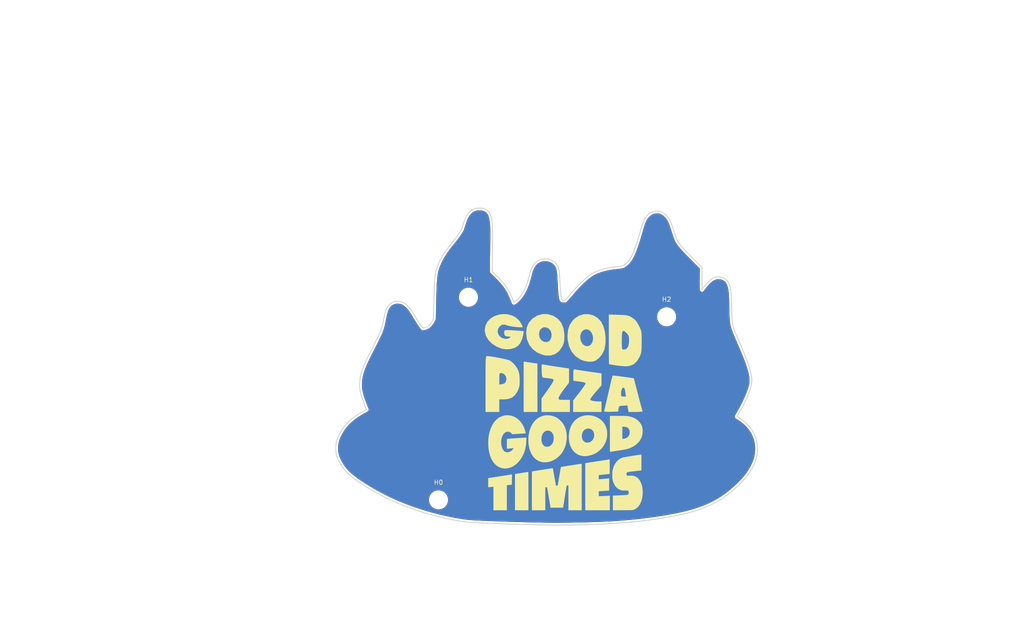
<source format=kicad_pcb>
(kicad_pcb (version 20211014) (generator pcbnew)
  (layers (0 "F.Cu" signal) (31 "B.Cu" signal) (34 "B.Paste" user) (35 "F.Paste" user) (36 "B.SilkS" user "B.Silkscreen") (37 "F.SilkS" user "F.Silkscreen") (38 "B.Mask" user) (39 "F.Mask" user) (44 "Edge.Cuts" user))
  (net 0 "")
  (footprint "pizzapad:good_pizza" (layer "F.Cu") (at 160.274 104.394)
    (fp_text reference "G***" (at -13.462 6.858) (layer "F.SilkS") (effects (font (size 1.524 1.524) (thickness 0.3))))
    (fp_text value "LOGO" hide)
    (fp_poly (pts (xy -4.16627 0.596782) (xy -3.883452 0.653137) (xy -3.316779 0.74937) (xy -2.536454 0.874121) (xy -1.612681 1.016031) (xy -1.117958 1.090016) (xy 1.609859 1.494241) (xy 1.609859 4.596149) (xy 0.447183 6.137577) (xy -0.031457 6.804608) (xy -0.414415 7.400093) (xy -0.655523 7.848368) (xy -0.715493 8.043024) (xy -0.68322 8.23417) (xy -0.535263 8.343663) (xy -0.194913 8.393805) (xy 0.414538 8.406896) (xy 0.536619 8.407042) (xy 1.788732 8.407042) (xy 1.788732 11.090141) (xy -4.471831 11.090141) (xy -4.471831 8.125286) (xy -3.131761 6.25384) (xy -2.625215 5.524205) (xy -2.206153 4.878258) (xy -1.914899 4.381272) (xy -1.791773 4.098516) (xy -1.790212 4.082237) (xy -1.872698 3.895623) (xy -2.168405 3.769728) (xy -2.746368 3.676761) (xy -2.817254 3.668765) (xy -3.427528 3.600512) (xy -3.915879 3.544087) (xy -4.114085 3.519761) (xy -4.254834 3.420672) (xy -4.348162 3.128103) (xy -4.406745 2.581783) (xy -4.43458 1.995922) (xy -4.453559 1.269387) (xy -4.439413 0.83454) (xy -4.379587 0.625915) (xy -4.261526 0.578044)) (layer "F.SilkS") (width 0) (fill solid))
    (fp_poly (pts (xy 6.944718 -10.224031) (xy 7.892295 -9.669099) (xy 8.6751 -8.837893) (xy 8.719079 -8.773952) (xy 9.190695 -7.818891) (xy 9.50815 -6.644037) (xy 9.661517 -5.356977) (xy 9.640872 -4.0653) (xy 9.43629 -2.876594) (xy 9.301842 -2.457008) (xy 8.816134 -1.533541) (xy 8.134557 -0.736375) (xy 7.39028 -0.200337) (xy 6.722461 -0.016375) (xy 5.873604 -0.006882) (xy 4.969089 -0.161698) (xy 4.149629 -0.462972) (xy 3.046812 -1.202257) (xy 2.196524 -2.184684) (xy 1.6108 -3.388545) (xy 1.301676 -4.792132) (xy 1.272993 -5.32829) (xy 4.067312 -5.32829) (xy 4.197418 -4.622184) (xy 4.546582 -3.970563) (xy 4.677612 -3.817132) (xy 5.205004 -3.47465) (xy 5.791491 -3.429008) (xy 6.324118 -3.683359) (xy 6.412587 -3.768726) (xy 6.773866 -4.365054) (xy 6.903886 -5.057546) (xy 6.827281 -5.763618) (xy 6.568686 -6.400684) (xy 6.152739 -6.886159) (xy 5.604074 -7.137459) (xy 5.402461 -7.15493) (xy 4.823838 -7.002199) (xy 4.397272 -6.595428) (xy 4.139513 -6.011748) (xy 4.067312 -5.32829) (xy 1.272993 -5.32829) (xy 1.25386 -5.685935) (xy 1.379492 -7.030868) (xy 1.76653 -8.16178) (xy 2.435767 -9.129394) (xy 2.823765 -9.515376) (xy 3.771893 -10.148361) (xy 4.818664 -10.471945) (xy 5.898223 -10.494407)) (layer "F.SilkS") (width 0) (fill solid))
    (fp_poly (pts (xy -3.107976 -10.503275) (xy -1.920794 -10.152881) (xy -1.857236 -10.123839) (xy -0.851317 -9.473701) (xy -0.110845 -8.584039) (xy 0.363749 -7.455645) (xy 0.57203 -6.089308) (xy 0.582564 -5.669878) (xy 0.561309 -4.870299) (xy 0.473985 -4.273535) (xy 0.28756 -3.72618) (xy 0.062678 -3.255503) (xy -0.589395 -2.331526) (xy -1.432548 -1.698976) (xy -2.430631 -1.372967) (xy -3.547494 -1.368611) (xy -4.149285 -1.494582) (xy -5.418382 -2.015937) (xy -6.446327 -2.790399) (xy -7.210654 -3.78856) (xy -7.688898 -4.981013) (xy -7.807599 -5.930477) (xy -5.008451 -5.930477) (xy -4.86225 -5.257059) (xy -4.477838 -4.728965) (xy -3.936505 -4.401186) (xy -3.319542 -4.328712) (xy -2.856519 -4.47475) (xy -2.587139 -4.75717) (xy -2.350239 -5.225995) (xy -2.311055 -5.343382) (xy -2.236509 -6.063088) (xy -2.414555 -6.714068) (xy -2.789629 -7.230625) (xy -3.306169 -7.547058) (xy -3.90861 -7.59767) (xy -4.159756 -7.529316) (xy -4.661362 -7.195318) (xy -4.935896 -6.63735) (xy -5.008451 -5.930477) (xy -7.807599 -5.930477) (xy -7.85859 -6.338348) (xy -7.858643 -6.35) (xy -7.726293 -7.543041) (xy -7.305351 -8.546824) (xy -6.574276 -9.410136) (xy -6.46509 -9.506263) (xy -5.428412 -10.173494) (xy -4.293278 -10.507989)) (layer "F.SilkS") (width 0) (fill solid))
    (fp_poly (pts (xy 12.490551 -10.34877) (xy 13.409324 -10.315605) (xy 14.058531 -10.269264) (xy 14.526323 -10.191883) (xy 14.900853 -10.065602) (xy 15.270269 -9.872559) (xy 15.486678 -9.741672) (xy 16.0244 -9.357207) (xy 16.440803 -8.906276) (xy 16.834103 -8.273422) (xy 16.992957 -7.970974) (xy 17.247747 -7.460563) (xy 17.421903 -7.047952) (xy 17.530765 -6.645659) (xy 17.589671 -6.166203) (xy 17.613962 -5.522104) (xy 17.618975 -4.625879) (xy 17.619014 -4.400429) (xy 17.613466 -3.415973) (xy 17.588803 -2.703613) (xy 17.532999 -2.177767) (xy 17.434025 -1.752856) (xy 17.279854 -1.343299) (xy 17.148721 -1.054106) (xy 16.564977 -0.08275) (xy 15.859926 0.567248) (xy 14.998207 0.921802) (xy 14.337088 1.006113) (xy 13.645133 0.995044) (xy 12.783784 0.925605) (xy 11.933834 0.812602) (xy 11.89507 0.806107) (xy 11.227449 0.692247) (xy 10.714064 0.603425) (xy 10.441308 0.554633) (xy 10.419366 0.550056) (xy 10.408267 0.374972) (xy 10.398173 -0.11443) (xy 10.389436 -0.874718) (xy 10.38241 -1.862463) (xy 10.37745 -3.034237) (xy 10.374908 -4.346609) (xy 10.374734 -4.740141) (xy 13.236619 -4.740141) (xy 13.239353 -3.858028) (xy 13.255495 -3.272878) (xy 13.296951 -2.92391) (xy 13.375629 -2.750341) (xy 13.503438 -2.691392) (xy 13.639084 -2.685838) (xy 14.048626 -2.743131) (xy 14.238362 -2.819993) (xy 14.597132 -3.268062) (xy 14.800756 -4.015211) (xy 14.846478 -4.742141) (xy 14.820207 -5.367604) (xy 14.708419 -5.782079) (xy 14.461655 -6.130503) (xy 14.323618 -6.274323) (xy 13.90916 -6.655445) (xy 13.61433 -6.818546) (xy 13.419394 -6.735772) (xy 13.304619 -6.379272) (xy 13.250272 -5.721195) (xy 13.236619 -4.740141) (xy 10.374734 -4.740141) (xy 10.374647 -4.937854) (xy 10.374647 -10.412328)) (layer "F.SilkS") (width 0) (fill solid))
    (fp_poly (pts (xy -16.010517 -1.209696) (xy -15.298575 -1.111018) (xy -14.4557 -0.970124) (xy -13.572364 -0.804313) (xy -12.739035 -0.630887) (xy -12.046182 -0.467146) (xy -11.584277 -0.33039) (xy -11.491581 -0.290904) (xy -10.837663 0.187342) (xy -10.206319 0.883673) (xy -9.70268 1.668084) (xy -9.485462 2.189842) (xy -9.369176 2.764885) (xy -9.289968 3.527822) (xy -9.265367 4.279162) (xy -9.301098 5.094738) (xy -9.416886 5.720797) (xy -9.649703 6.322966) (xy -9.780808 6.588273) (xy -10.34487 7.427183) (xy -11.049309 7.971288) (xy -11.950114 8.253185) (xy -12.741455 8.312043) (xy -13.77283 8.317606) (xy -13.773035 9.703873) (xy -13.77324 11.090141) (xy -16.814085 11.090141) (xy -16.814085 5.031117) (xy -13.77324 5.031117) (xy -13.197482 4.975066) (xy -12.644955 4.785734) (xy -12.365048 4.459436) (xy -12.201186 3.870821) (xy -12.300718 3.288015) (xy -12.61442 2.809854) (xy -13.093069 2.535169) (xy -13.338833 2.504225) (xy -13.565068 2.523996) (xy -13.694971 2.635) (xy -13.755202 2.914776) (xy -13.772421 3.440864) (xy -13.77324 3.767671) (xy -13.77324 5.031117) (xy -16.814085 5.031117) (xy -16.814085 4.919014) (xy -16.813091 3.267685) (xy -16.808932 1.939254) (xy -16.799838 0.898876) (xy -16.78404 0.111705) (xy -16.759772 -0.457104) (xy -16.725263 -0.842398) (xy -16.678746 -1.07902) (xy -16.618452 -1.201818) (xy -16.542613 -1.245636) (xy -16.501057 -1.248858)) (layer "F.SilkS") (width 0) (fill solid))
    (fp_poly (pts (xy -11.971603 -10.472169) (xy -10.990128 -10.216352) (xy -10.099724 -9.741836) (xy -9.35278 -9.039125) (xy -8.938471 -8.396866) (xy -8.723242 -7.960391) (xy -8.598472 -7.679121) (xy -8.585916 -7.636103) (xy -8.746997 -7.587752) (xy -9.168414 -7.587614) (xy -9.757429 -7.626274) (xy -10.421303 -7.694318) (xy -11.067298 -7.782335) (xy -11.602675 -7.88091) (xy -11.922104 -7.974742) (xy -12.628023 -8.199156) (xy -13.18892 -8.140878) (xy -13.690086 -7.790962) (xy -13.691934 -7.789116) (xy -14.067321 -7.192928) (xy -14.137008 -6.532966) (xy -13.917492 -5.900925) (xy -13.425274 -5.388496) (xy -13.2402 -5.278612) (xy -12.483729 -5.032) (xy -11.818697 -5.107404) (xy -11.526794 -5.271072) (xy -11.303096 -5.46144) (xy -11.379499 -5.528816) (xy -11.65685 -5.539382) (xy -12.257273 -5.603105) (xy -12.580594 -5.812632) (xy -12.695686 -6.222747) (xy -12.7 -6.369137) (xy -12.680463 -6.746588) (xy -12.555861 -6.922189) (xy -12.227209 -6.973163) (xy -11.922059 -6.976056) (xy -11.347735 -6.96033) (xy -10.580377 -6.919034) (xy -9.78304 -6.860994) (xy -9.759411 -6.859006) (xy -8.374705 -6.741955) (xy -8.497347 -5.924119) (xy -8.742584 -4.969716) (xy -9.149147 -4.115203) (xy -9.628281 -3.515739) (xy -10.385676 -3.047554) (xy -11.341354 -2.780774) (xy -12.384872 -2.736051) (xy -13.147184 -2.857675) (xy -14.325498 -3.298673) (xy -15.344193 -3.949871) (xy -16.156813 -4.761968) (xy -16.716904 -5.685667) (xy -16.97801 -6.671666) (xy -16.991211 -6.937083) (xy -16.839141 -7.946238) (xy -16.411417 -8.803175) (xy -15.760427 -9.498394) (xy -14.938562 -10.022401) (xy -13.998209 -10.365697) (xy -12.99176 -10.518785)) (layer "F.SilkS") (width 0) (fill solid))
    (fp_poly (pts (xy 11.862371 3.102686) (xy 12.555867 3.183835) (xy 13.399977 3.295513) (xy 13.57239 3.31966) (xy 15.887159 3.646706) (xy 16.816068 7.234268) (xy 17.098699 8.317417) (xy 17.354638 9.282413) (xy 17.569341 10.075696) (xy 17.728265 10.643705) (xy 17.816864 10.932881) (xy 17.826707 10.955986) (xy 17.698935 11.014967) (xy 17.288212 11.060734) (xy 16.669275 11.086673) (xy 16.310882 11.090141) (xy 14.713328 11.090141) (xy 14.597441 10.365425) (xy 14.481554 9.640708) (xy 13.546059 9.69465) (xy 12.999409 9.738216) (xy 12.71113 9.830958) (xy 12.582229 10.038552) (xy 12.521126 10.374648) (xy 12.43169 11.000704) (xy 10.852218 11.052596) (xy 10.098895 11.071425) (xy 9.63893 11.059706) (xy 9.408442 11.005931) (xy 9.343549 10.898593) (xy 9.362764 10.784286) (xy 9.4286 10.519289) (xy 9.560914 9.962564) (xy 9.746369 9.171112) (xy 9.971625 8.201933) (xy 10.187617 7.266725) (xy 13.057746 7.266725) (xy 13.1187 7.569293) (xy 13.372088 7.681331) (xy 13.605326 7.691549) (xy 14.152906 7.691549) (xy 14.029718 6.841901) (xy 13.928999 6.22841) (xy 13.828039 5.890926) (xy 13.690185 5.749565) (xy 13.516732 5.723944) (xy 13.324715 5.886979) (xy 13.167315 6.312851) (xy 13.072751 6.906705) (xy 13.057746 7.266725) (xy 10.187617 7.266725) (xy 10.223345 7.112027) (xy 10.295786 6.797183) (xy 10.549217 5.703421) (xy 10.777815 4.733145) (xy 10.968967 3.938568) (xy 11.110058 3.371905) (xy 11.188477 3.08537) (xy 11.198205 3.061448) (xy 11.387235 3.059434)) (layer "F.SilkS") (width 0) (fill solid))
    (fp_poly (pts (xy 2.833682 1.678925) (xy 3.106267 1.732238) (xy 3.664934 1.825352) (xy 4.441617 1.947463) (xy 5.368249 2.087766) (xy 5.947535 2.173213) (xy 8.764788 2.584756) (xy 8.764788 5.209024) (xy 7.512676 6.655619) (xy 6.998453 7.269193) (xy 6.586604 7.797686) (xy 6.326461 8.175459) (xy 6.260563 8.321706) (xy 6.427425 8.511671) (xy 6.881784 8.659214) (xy 7.554294 8.747369) (xy 8.071654 8.764789) (xy 8.764788 8.764789) (xy 8.764788 11.090141) (xy 2.504225 11.090141) (xy 2.504225 8.548632) (xy 3.890493 6.773923) (xy 4.418082 6.081929) (xy 4.853265 5.479582) (xy 5.153415 5.028186) (xy 5.275906 4.789044) (xy 5.27676 4.780241) (xy 5.103983 4.636569) (xy 4.609922 4.497011) (xy 3.910788 4.382394) (xy 2.544816 4.203521) (xy 2.54095 2.899851) (xy 2.549009 2.226057) (xy 2.588912 1.842509) (xy 2.676758 1.682056) (xy 2.828649 1.677544)) (layer "F.SilkS") (width 0) (fill solid))
    (fp_poly (pts (xy -7.646831 0.075984) (xy -6.93596 0.185241) (xy -6.204022 0.291297) (xy -6.126409 0.302031) (xy -5.366198 0.406373) (xy -5.366198 11.090141) (xy -8.407043 11.090141) (xy -8.407043 -0.045723)) (layer "F.SilkS") (width 0) (fill solid))
  )
  (footprint "pizzapad:good_times" (layer "F.Cu") (at 161.036 127)
    (fp_text reference "G***" (at -4.826 3.556) (layer "F.SilkS") (effects (font (size 1.524 1.524) (thickness 0.3))))
    (fp_text value "LOGO" hide)
    (fp_poly (pts (xy 5.324314 -10.78782) (xy 5.813657 -10.729705) (xy 6.293313 -10.619707) (xy 6.755583 -10.458099) (xy 6.952144 -10.370399) (xy 7.402479 -10.124718) (xy 7.805857 -9.840861) (xy 8.161972 -9.519219) (xy 8.470517 -9.160184) (xy 8.731188 -8.764147) (xy 8.943676 -8.331499) (xy 9.107676 -7.86263) (xy 9.194508 -7.507986) (xy 9.221731 -7.325089) (xy 9.239745 -7.097978) (xy 9.248701 -6.842258) (xy 9.248747 -6.573538) (xy 9.240035 -6.307422) (xy 9.222712 -6.059518) (xy 9.19693 -5.845431) (xy 9.177558 -5.740142) (xy 9.029973 -5.201103) (xy 8.829838 -4.691633) (xy 8.578272 -4.213271) (xy 8.276396 -3.76756) (xy 7.92533 -3.35604) (xy 7.526195 -2.980254) (xy 7.080112 -2.641742) (xy 6.791681 -2.457936) (xy 6.41275 -2.258699) (xy 5.99476 -2.086243) (xy 5.555404 -1.946245) (xy 5.112374 -1.844378) (xy 4.7034 -1.788023) (xy 4.539875 -1.774005) (xy 4.418214 -1.765385) (xy 4.319975 -1.762156) (xy 4.226715 -1.76431) (xy 4.119992 -1.77184) (xy 3.981363 -1.784737) (xy 3.950775 -1.787708) (xy 3.512232 -1.859486) (xy 3.097099 -1.985983) (xy 2.707907 -2.165086) (xy 2.34719 -2.39468) (xy 2.01748 -2.672648) (xy 1.721309 -2.996877) (xy 1.46121 -3.36525) (xy 1.239717 -3.775654) (xy 1.070672 -4.192968) (xy 0.977876 -4.485122) (xy 0.907111 -4.768781) (xy 0.855594 -5.060268) (xy 0.820538 -5.375907) (xy 0.79916 -5.732022) (xy 0.796627 -5.799474) (xy 0.799138 -6.156143) (xy 3.662194 -6.156143) (xy 3.685689 -5.885251) (xy 3.746862 -5.625751) (xy 3.846446 -5.385371) (xy 3.985174 -5.17184) (xy 4.163781 -4.992886) (xy 4.227349 -4.945648) (xy 4.447684 -4.829961) (xy 4.692986 -4.766538) (xy 4.955867 -4.756463) (xy 5.223497 -4.79941) (xy 5.5034 -4.901023) (xy 5.750715 -5.051309) (xy 5.962129 -5.245938) (xy 6.134329 -5.480582) (xy 6.264001 -5.750911) (xy 6.347831 -6.052597) (xy 6.379428 -6.30961) (xy 6.373095 -6.61545) (xy 6.318709 -6.901532) (xy 6.219324 -7.161569) (xy 6.077992 -7.389276) (xy 5.897767 -7.578367) (xy 5.697026 -7.714537) (xy 5.452067 -7.811693) (xy 5.188282 -7.855664) (xy 4.915901 -7.846386) (xy 4.645156 -7.783793) (xy 4.491025 -7.722157) (xy 4.271333 -7.587922) (xy 4.08418 -7.410979) (xy 3.930301 -7.199056) (xy 3.810428 -6.959883) (xy 3.725297 -6.701187) (xy 3.675641 -6.430698) (xy 3.662194 -6.156143) (xy 0.799138 -6.156143) (xy 0.800726 -6.381654) (xy 0.853369 -6.938946) (xy 0.953213 -7.468948) (xy 1.098915 -7.96926) (xy 1.289131 -8.437481) (xy 1.522518 -8.87121) (xy 1.797733 -9.268047) (xy 2.113434 -9.62559) (xy 2.468276 -9.941439) (xy 2.860917 -10.213192) (xy 3.290013 -10.43845) (xy 3.424077 -10.49596) (xy 3.875167 -10.648121) (xy 4.34737 -10.747301) (xy 4.832986 -10.793776)) (layer "F.SilkS") (width 0) (fill solid))
    (fp_poly (pts (xy 11.981448 -10.655819) (xy 12.37672 -10.653475) (xy 12.722652 -10.648996) (xy 13.024844 -10.641917) (xy 13.288893 -10.631768) (xy 13.520398 -10.618084) (xy 13.724958 -10.600396) (xy 13.908172 -10.578238) (xy 14.075637 -10.551141) (xy 14.232952 -10.518639) (xy 14.385716 -10.480264) (xy 14.539528 -10.435548) (xy 14.667819 -10.394658) (xy 15.104273 -10.227884) (xy 15.494487 -10.028253) (xy 15.845592 -9.791504) (xy 16.164718 -9.513373) (xy 16.198354 -9.47989) (xy 16.478948 -9.162757) (xy 16.703602 -8.831532) (xy 16.874415 -8.481006) (xy 16.993488 -8.105972) (xy 17.062919 -7.701221) (xy 17.084817 -7.28093) (xy 17.062926 -6.835262) (xy 16.993813 -6.416694) (xy 16.874574 -6.015839) (xy 16.702304 -5.623304) (xy 16.474099 -5.229701) (xy 16.429355 -5.161741) (xy 16.327408 -5.027424) (xy 16.187797 -4.868745) (xy 16.021977 -4.696741) (xy 15.841404 -4.522451) (xy 15.657534 -4.356913) (xy 15.481823 -4.211166) (xy 15.325727 -4.096249) (xy 15.318713 -4.091557) (xy 14.883711 -3.832417) (xy 14.410646 -3.605655) (xy 13.916521 -3.418475) (xy 13.418338 -3.278079) (xy 13.375501 -3.268345) (xy 13.307733 -3.255254) (xy 13.189467 -3.234622) (xy 13.027377 -3.207489) (xy 12.82814 -3.17489) (xy 12.598431 -3.137864) (xy 12.344925 -3.097449) (xy 12.074298 -3.054682) (xy 11.793226 -3.010601) (xy 11.508383 -2.966244) (xy 11.226445 -2.922647) (xy 10.954088 -2.88085) (xy 10.697987 -2.841889) (xy 10.464817 -2.806802) (xy 10.261254 -2.776626) (xy 10.093974 -2.752401) (xy 9.969651 -2.735162) (xy 9.894962 -2.725948) (xy 9.877949 -2.724673) (xy 9.87219 -2.734492) (xy 9.866998 -2.765739) (xy 9.862346 -2.821096) (xy 9.858209 -2.903247) (xy 9.85456 -3.014876) (xy 9.851372 -3.158665) (xy 9.84862 -3.337297) (xy 9.846277 -3.553457) (xy 9.844317 -3.809827) (xy 9.842714 -4.10909) (xy 9.841441 -4.45393) (xy 9.840472 -4.84703) (xy 9.839781 -5.291073) (xy 9.839341 -5.788743) (xy 9.839126 -6.342723) (xy 9.839094 -6.690584) (xy 9.839094 -8.273014) (xy 12.594041 -8.273014) (xy 12.594041 -5.592364) (xy 12.819307 -5.612777) (xy 12.959234 -5.630269) (xy 13.101545 -5.655719) (xy 13.205302 -5.680877) (xy 13.486406 -5.790312) (xy 13.722253 -5.939306) (xy 13.915122 -6.129918) (xy 14.067291 -6.364206) (xy 14.139029 -6.524077) (xy 14.172433 -6.621034) (xy 14.193515 -6.716003) (xy 14.204802 -6.82758) (xy 14.20882 -6.974358) (xy 14.208976 -7.038737) (xy 14.203306 -7.240784) (xy 14.183709 -7.401011) (xy 14.14521 -7.537479) (xy 14.082836 -7.66825) (xy 13.999329 -7.80017) (xy 13.870167 -7.957275) (xy 13.719245 -8.077516) (xy 13.538457 -8.164477) (xy 13.319696 -8.221744) (xy 13.054858 -8.252903) (xy 12.964899 -8.257708) (xy 12.594041 -8.273014) (xy 9.839094 -8.273014) (xy 9.839094 -10.656496) (xy 11.531238 -10.656496)) (layer "F.SilkS") (width 0) (fill solid))
    (fp_poly (pts (xy 16.752877 -2.118379) (xy 16.764034 -2.112884) (xy 16.773365 -2.098117) (xy 16.781033 -2.069487) (xy 16.787202 -2.022404) (xy 16.792034 -1.952277) (xy 16.795693 -1.854517) (xy 16.798342 -1.724533) (xy 16.800144 -1.557736) (xy 16.801262 -1.349535) (xy 16.80186 -1.095339) (xy 16.8021 -0.79056) (xy 16.802146 -0.430606) (xy 16.802146 -0.36329) (xy 16.802061 0.00734) (xy 16.801717 0.321983) (xy 16.800974 0.585204) (xy 16.799695 0.801563) (xy 16.797744 0.975624) (xy 16.794981 1.111948) (xy 16.79127 1.215098) (xy 16.786473 1.289637) (xy 16.780452 1.340126) (xy 16.77307 1.371129) (xy 16.764189 1.387207) (xy 16.753672 1.392922) (xy 16.749166 1.393327) (xy 16.678659 1.397473) (xy 16.558914 1.408152) (xy 16.397114 1.424495) (xy 16.200439 1.445634) (xy 15.97607 1.4707) (xy 15.731189 1.498824) (xy 15.472976 1.529137) (xy 15.208613 1.560769) (xy 14.945281 1.592853) (xy 14.690161 1.624518) (xy 14.450435 1.654897) (xy 14.233282 1.68312) (xy 14.045886 1.708318) (xy 13.895425 1.729623) (xy 13.789083 1.746165) (xy 13.734039 1.757076) (xy 13.72931 1.758736) (xy 13.621367 1.841929) (xy 13.544989 1.963365) (xy 13.504732 2.107093) (xy 13.505153 2.257164) (xy 13.548189 2.392647) (xy 13.592432 2.463516) (xy 13.646644 2.513544) (xy 13.720242 2.544837) (xy 13.822645 2.559498) (xy 13.96327 2.559632) (xy 14.151537 2.547344) (xy 14.21574 2.541815) (xy 14.494544 2.524033) (xy 14.732053 2.526009) (xy 14.944695 2.549216) (xy 15.148896 2.595124) (xy 15.283697 2.637426) (xy 15.579876 2.770367) (xy 15.860415 2.95776) (xy 16.119947 3.194388) (xy 16.35311 3.475031) (xy 16.554538 3.794473) (xy 16.634006 3.950774) (xy 16.802214 4.367038) (xy 16.933694 4.822399) (xy 17.026776 5.306586) (xy 17.079791 5.80933) (xy 17.091067 6.32036) (xy 17.074604 6.660163) (xy 17.011624 7.207486) (xy 16.911258 7.713748) (xy 16.774302 8.177663) (xy 16.601553 8.597942) (xy 16.393809 8.973297) (xy 16.151865 9.302439) (xy 15.876521 9.584081) (xy 15.568571 9.816934) (xy 15.228814 9.99971) (xy 14.942219 10.106689) (xy 14.90525 10.115996) (xy 14.855985 10.124116) (xy 14.790119 10.131159) (xy 14.703348 10.137232) (xy 14.591367 10.142444) (xy 14.449872 10.146901) (xy 14.274557 10.150714) (xy 14.061118 10.153989) (xy 13.80525 10.156835) (xy 13.502649 10.15936) (xy 13.14901 10.161672) (xy 12.740029 10.163879) (xy 12.647021 10.164338) (xy 10.505125 10.174764) (xy 10.505125 6.932777) (xy 10.588379 6.931464) (xy 10.634365 6.929856) (xy 10.734705 6.925739) (xy 10.883271 6.919384) (xy 11.073931 6.91106) (xy 11.300556 6.901037) (xy 11.557017 6.889586) (xy 11.837183 6.876975) (xy 12.134926 6.863474) (xy 12.194129 6.860779) (xy 12.548766 6.844715) (xy 12.848019 6.830897) (xy 13.096971 6.818392) (xy 13.300703 6.806268) (xy 13.464297 6.79359) (xy 13.592835 6.779427) (xy 13.691398 6.762845) (xy 13.765068 6.74291) (xy 13.818926 6.718691) (xy 13.858055 6.689253) (xy 13.887535 6.653663) (xy 13.912449 6.61099) (xy 13.937879 6.560299) (xy 13.948808 6.538594) (xy 14.004308 6.375619) (xy 14.012255 6.209411) (xy 13.975062 6.053877) (xy 13.895143 5.922925) (xy 13.831921 5.864997) (xy 13.800595 5.843721) (xy 13.766938 5.827805) (xy 13.722493 5.81664) (xy 13.658797 5.809615) (xy 13.56739 5.806119) (xy 13.439813 5.805544) (xy 13.267605 5.80728) (xy 13.072417 5.810233) (xy 12.878278 5.811694) (xy 12.727594 5.808069) (xy 12.603381 5.797949) (xy 12.488657 5.779926) (xy 12.366441 5.752592) (xy 12.360975 5.75124) (xy 12.009991 5.634124) (xy 11.688599 5.465076) (xy 11.398051 5.245671) (xy 11.139596 4.977482) (xy 10.914484 4.662084) (xy 10.723967 4.301049) (xy 10.569294 3.895953) (xy 10.451716 3.448368) (xy 10.425497 3.315017) (xy 10.405203 3.188368) (xy 10.39025 3.054112) (xy 10.379997 2.900742) (xy 10.373804 2.716749) (xy 10.37103 2.490621) (xy 10.37074 2.331108) (xy 10.371387 2.105318) (xy 10.373503 1.928206) (xy 10.378063 1.787904) (xy 10.38604 1.672543) (xy 10.398408 1.570256) (xy 10.41614 1.469174) (xy 10.440211 1.357429) (xy 10.456333 1.287856) (xy 10.533641 0.985543) (xy 10.616525 0.720787) (xy 10.712833 0.470641) (xy 10.80875 0.25733) (xy 11.022858 -0.132485) (xy 11.275091 -0.483871) (xy 11.56135 -0.793087) (xy 11.877534 -1.056388) (xy 12.219543 -1.270031) (xy 12.583276 -1.430274) (xy 12.698849 -1.468232) (xy 12.761256 -1.48282) (xy 12.87654 -1.505412) (xy 13.038323 -1.534981) (xy 13.240229 -1.570499) (xy 13.475877 -1.61094) (xy 13.738892 -1.655275) (xy 14.022895 -1.702478) (xy 14.321507 -1.75152) (xy 14.628352 -1.801374) (xy 14.937051 -1.851014) (xy 15.241226 -1.899411) (xy 15.5345 -1.945538) (xy 15.810495 -1.988367) (xy 16.062832 -2.026872) (xy 16.285135 -2.060025) (xy 16.471024 -2.086797) (xy 16.614122 -2.106163) (xy 16.708052 -2.117094) (xy 16.739731 -2.11919)) (layer "F.SilkS") (width 0) (fill solid))
    (fp_poly (pts (xy -8.159056 1.706431) (xy -8.152384 1.713125) (xy -8.146394 1.72933) (xy -8.141051 1.757977) (xy -8.136317 1.801992) (xy -8.132156 1.864306) (xy -8.128531 1.947846) (xy -8.125405 2.055542) (xy -8.122742 2.190321) (xy -8.120504 2.355113) (xy -8.118656 2.552846) (xy -8.11716 2.786448) (xy -8.11598 3.058849) (xy -8.115079 3.372977) (xy -8.11442 3.731761) (xy -8.113967 4.138129) (xy -8.113682 4.595009) (xy -8.11353 5.105331) (xy -8.113472 5.672024) (xy -8.113468 5.93169) (xy -8.113468 10.172109) (xy -11.080333 10.172109) (xy -11.080333 2.161072) (xy -9.64988 1.941222) (xy -9.36144 1.89675) (xy -9.090261 1.854667) (xy -8.842429 1.815938) (xy -8.624029 1.781526) (xy -8.441145 1.752395) (xy -8.299863 1.729508) (xy -8.206267 1.713828) (xy -8.166448 1.706321)) (layer "F.SilkS") (width 0) (fill solid))
    (fp_poly (pts (xy 9.80882 2.14672) (xy 9.710429 2.16329) (xy 9.657118 2.170426) (xy 9.551534 2.182978) (xy 9.401624 2.200061) (xy 9.215336 2.220787) (xy 9.000616 2.244267) (xy 8.765411 2.269614) (xy 8.612992 2.285856) (xy 8.368228 2.311993) (xy 8.138271 2.336867) (xy 7.931219 2.359578) (xy 7.755168 2.379227) (xy 7.618218 2.394912) (xy 7.528467 2.405733) (xy 7.500417 2.409552) (xy 7.386889 2.427253) (xy 7.386889 3.330155) (xy 7.464012 3.330155) (xy 7.51251 3.327302) (xy 7.61236 3.319305) (xy 7.75466 3.307005) (xy 7.930512 3.291245) (xy 8.131015 3.272866) (xy 8.347269 3.25271) (xy 8.570374 3.231619) (xy 8.79143 3.210436) (xy 9.001536 3.190001) (xy 9.191793 3.171157) (xy 9.3533 3.154746) (xy 9.477157 3.141609) (xy 9.554464 3.132589) (xy 9.559059 3.131977) (xy 9.687724 3.114526) (xy 9.687724 5.842908) (xy 9.60447 5.843248) (xy 9.55435 5.845189) (xy 9.451867 5.850525) (xy 9.305082 5.858788) (xy 9.122057 5.869511) (xy 8.910853 5.882224) (xy 8.679532 5.896461) (xy 8.567581 5.903456) (xy 8.327884 5.918292) (xy 8.102978 5.931811) (xy 7.901249 5.94354) (xy 7.731085 5.953005) (xy 7.600871 5.959735) (xy 7.518996 5.963254) (xy 7.500417 5.963664) (xy 7.386889 5.964004) (xy 7.386889 7.07671) (xy 7.515555 7.065918) (xy 7.580669 7.061792) (xy 7.696524 7.055832) (xy 7.853353 7.048484) (xy 8.041391 7.040192) (xy 8.250871 7.031402) (xy 8.431347 7.024153) (xy 8.664354 7.014723) (xy 8.896065 7.004875) (xy 9.113777 6.995183) (xy 9.304786 6.98622) (xy 9.456389 6.978563) (xy 9.528785 6.974498) (xy 9.839094 6.955818) (xy 9.839094 10.172109) (xy 4.420024 10.172109) (xy 4.420024 -0.230685) (xy 7.046305 -0.63302) (xy 7.438936 -0.693225) (xy 7.815324 -0.751047) (xy 8.171043 -0.8058) (xy 8.501667 -0.856798) (xy 8.80277 -0.903355) (xy 9.069925 -0.944785) (xy 9.298707 -0.980401) (xy 9.484689 -1.009517) (xy 9.623446 -1.031446) (xy 9.71055 -1.045503) (xy 9.740704 -1.050757) (xy 9.80882 -1.066159)) (layer "F.SilkS") (width 0) (fill solid))
    (fp_poly (pts (xy -12.194395 -10.74906) (xy -11.745174 -10.645015) (xy -11.383075 -10.517878) (xy -10.964547 -10.315661) (xy -10.572603 -10.0606) (xy -10.20915 -9.755142) (xy -9.876094 -9.401732) (xy -9.575342 -9.002818) (xy -9.308803 -8.560847) (xy -9.078382 -8.078265) (xy -8.885986 -7.55752) (xy -8.774889 -7.171341) (xy -8.740464 -7.031767) (xy -8.7141 -6.914743) (xy -8.698252 -6.831959) (xy -8.695375 -6.795103) (xy -8.695754 -6.794512) (xy -8.727805 -6.790166) (xy -8.814511 -6.782951) (xy -8.950068 -6.77324) (xy -9.128669 -6.761403) (xy -9.344511 -6.747815) (xy -9.591787 -6.732848) (xy -9.864692 -6.716873) (xy -10.15742 -6.700263) (xy -10.215239 -6.697042) (xy -11.720888 -6.613408) (xy -11.805707 -6.728744) (xy -11.975988 -6.912231) (xy -12.178387 -7.04486) (xy -12.410151 -7.125272) (xy -12.663413 -7.152108) (xy -12.791573 -7.149339) (xy -12.889622 -7.136155) (xy -12.983629 -7.106313) (xy -13.099663 -7.053569) (xy -13.123205 -7.042) (xy -13.347444 -6.898257) (xy -13.547485 -6.703556) (xy -13.721238 -6.463305) (xy -13.866611 -6.182914) (xy -13.981514 -5.867792) (xy -14.063856 -5.523349) (xy -14.111546 -5.154994) (xy -14.122493 -4.768137) (xy -14.107681 -4.49496) (xy -14.066138 -4.162708) (xy -14.000803 -3.868572) (xy -13.906521 -3.593054) (xy -13.81558 -3.390704) (xy -13.666602 -3.131124) (xy -13.501499 -2.928413) (xy -13.317103 -2.780294) (xy -13.110247 -2.68449) (xy -12.877764 -2.638726) (xy -12.762601 -2.63385) (xy -12.471103 -2.662969) (xy -12.196582 -2.749797) (xy -11.940403 -2.893543) (xy -11.70393 -3.093416) (xy -11.488528 -3.348626) (xy -11.459733 -3.3893) (xy -11.412923 -3.462465) (xy -11.387812 -3.513051) (xy -11.386723 -3.52554) (xy -11.418653 -3.526112) (xy -11.50071 -3.521432) (xy -11.622785 -3.512404) (xy -11.77477 -3.499927) (xy -11.946556 -3.484903) (xy -12.128035 -3.468234) (xy -12.309099 -3.450821) (xy -12.479638 -3.433564) (xy -12.629546 -3.417367) (xy -12.722705 -3.406412) (xy -12.866507 -3.388618) (xy -12.866507 -4.494667) (xy -12.866081 -4.795141) (xy -12.864692 -5.039792) (xy -12.862181 -5.233341) (xy -12.858385 -5.380509) (xy -12.853142 -5.486015) (xy -12.846292 -5.554581) (xy -12.837672 -5.590927) (xy -12.828665 -5.600014) (xy -12.79281 -5.601902) (xy -12.701534 -5.607587) (xy -12.559823 -5.616736) (xy -12.372664 -5.629019) (xy -12.145043 -5.644105) (xy -11.881947 -5.661661) (xy -11.588362 -5.681358) (xy -11.269275 -5.702863) (xy -10.929671 -5.725845) (xy -10.706623 -5.740988) (xy -10.294357 -5.768863) (xy -9.938454 -5.792551) (xy -9.634888 -5.812241) (xy -9.37963 -5.828122) (xy -9.168656 -5.840383) (xy -8.997937 -5.849211) (xy -8.863447 -5.854797) (xy -8.76116 -5.857329) (xy -8.687047 -5.856996) (xy -8.637083 -5.853986) (xy -8.607241 -5.848488) (xy -8.593493 -5.840692) (xy -8.593041 -5.840081) (xy -8.58098 -5.790254) (xy -8.573918 -5.689757) (xy -8.571485 -5.548226) (xy -8.573313 -5.375301) (xy -8.579034 -5.180621) (xy -8.588278 -4.973823) (xy -8.600678 -4.764548) (xy -8.615864 -4.562432) (xy -8.633468 -4.377115) (xy -8.653122 -4.218236) (xy -8.655741 -4.200474) (xy -8.730409 -3.754038) (xy -8.814008 -3.354783) (xy -8.910409 -2.989552) (xy -9.023482 -2.645189) (xy -9.1571 -2.308539) (xy -9.309949 -1.977015) (xy -9.605382 -1.435199) (xy -9.938902 -0.938371) (xy -10.309397 -0.487952) (xy -10.715753 -0.085363) (xy -10.936699 0.101286) (xy -11.322756 0.374699) (xy -11.731181 0.597573) (xy -12.15626 0.768122) (xy -12.592278 0.884557) (xy -13.03352 0.945092) (xy -13.474272 0.947938) (xy -13.608224 0.937001) (xy -14.011617 0.86555) (xy -14.400295 0.73705) (xy -14.771257 0.553854) (xy -15.121504 0.318319) (xy -15.448034 0.032797) (xy -15.747847 -0.300356) (xy -16.017945 -0.678786) (xy -16.255326 -1.100137) (xy -16.287283 -1.165555) (xy -16.488441 -1.643421) (xy -16.656589 -2.165014) (xy -16.790878 -2.722765) (xy -16.890463 -3.309102) (xy -16.954497 -3.916454) (xy -16.982132 -4.537251) (xy -16.972522 -5.163921) (xy -16.924821 -5.788895) (xy -16.859202 -6.279221) (xy -16.774326 -6.71067) (xy -16.657455 -7.159084) (xy -16.514017 -7.608762) (xy -16.349441 -8.044005) (xy -16.169156 -8.449113) (xy -15.993599 -8.782546) (xy -15.718553 -9.207091) (xy -15.411638 -9.584215) (xy -15.076064 -9.912712) (xy -14.715044 -10.191372) (xy -14.331789 -10.418986) (xy -13.92951 -10.594345) (xy -13.51142 -10.716241) (xy -13.08073 -10.783465) (xy -12.640651 -10.794807)) (layer "F.SilkS") (width 0) (fill solid))
    (fp_poly (pts (xy 3.632897 10.172109) (xy 0.696305 10.172109) (xy 0.696305 4.692491) (xy 0.537366 4.692954) (xy 0.439432 4.697657) (xy 0.36405 4.709162) (xy 0.339817 4.71792) (xy 0.325929 4.753759) (xy 0.303945 4.847668) (xy 0.274202 4.997761) (xy 0.237036 5.20215) (xy 0.192785 5.458949) (xy 0.141785 5.76627) (xy 0.084373 6.122227) (xy 0.046758 6.359829) (xy -0.006613 6.698881) (xy -0.061457 7.046924) (xy -0.116233 7.394204) (xy -0.1694 7.730969) (xy -0.219419 8.047467) (xy -0.264749 8.333944) (xy -0.303848 8.58065) (xy -0.335177 8.777831) (xy -0.336648 8.787068) (xy -0.465603 9.596901) (xy -1.757861 9.596901) (xy -2.035052 9.597307) (xy -2.296009 9.59847) (xy -2.533949 9.6003) (xy -2.742089 9.602713) (xy -2.913646 9.605619) (xy -3.041838 9.608934) (xy -3.11988 9.612568) (xy -3.138652 9.614607) (xy -3.227185 9.632314) (xy -3.354953 8.880459) (xy -3.453531 8.300607) (xy -3.54246 7.778039) (xy -3.622159 7.310334) (xy -3.693045 6.895072) (xy -3.755539 6.529831) (xy -3.810059 6.21219) (xy -3.857024 5.939729) (xy -3.896853 5.710027) (xy -3.929964 5.520661) (xy -3.956777 5.369213) (xy -3.97771 5.25326) (xy -3.993182 5.170382) (xy -4.003612 5.118157) (xy -4.009419 5.094165) (xy -4.010395 5.092028) (xy -4.044594 5.088738) (xy -4.121076 5.092622) (xy -4.206247 5.100976) (xy -4.389749 5.122274) (xy -4.389749 10.172109) (xy -7.356615 10.172109) (xy -7.356615 5.890106) (xy -7.356451 5.385811) (xy -7.355971 4.898199) (xy -7.355195 4.430693) (xy -7.354142 3.986716) (xy -7.352829 3.569692) (xy -7.351276 3.183045) (xy -7.349502 2.830198) (xy -7.347526 2.514574) (xy -7.345365 2.239597) (xy -7.34304 2.00869) (xy -7.340569 1.825278) (xy -7.337971 1.692783) (xy -7.335264 1.61463) (xy -7.332997 1.593505) (xy -7.299844 1.586499) (xy -7.212712 1.571367) (xy -7.077195 1.548971) (xy -6.898886 1.520171) (xy -6.683379 1.485831) (xy -6.436269 1.44681) (xy -6.163149 1.403971) (xy -5.869613 1.358175) (xy -5.561256 1.310283) (xy -5.243672 1.261157) (xy -4.922454 1.211658) (xy -4.603196 1.162649) (xy -4.291493 1.114989) (xy -3.992939 1.069541) (xy -3.713127 1.027167) (xy -3.457652 0.988727) (xy -3.232107 0.955083) (xy -3.042087 0.927097) (xy -2.893185 0.905629) (xy -2.790996 0.891543) (xy -2.741114 0.885698) (xy -2.737059 0.885745) (xy -2.730065 0.914893) (xy -2.713604 0.998129) (xy -2.687573 1.136024) (xy -2.651868 1.329151) (xy -2.606385 1.578083) (xy -2.55102 1.88339) (xy -2.485669 2.245647) (xy -2.410228 2.665424) (xy -2.324594 3.143296) (xy -2.228663 3.679833) (xy -2.155973 4.087008) (xy -2.039838 4.737902) (xy -1.869442 4.737226) (xy -1.77181 4.732899) (xy -1.699722 4.722456) (xy -1.675184 4.712689) (xy -1.666274 4.679526) (xy -1.648356 4.591553) (xy -1.622303 4.453696) (xy -1.588989 4.27088) (xy -1.549287 4.048032) (xy -1.504069 3.790077) (xy -1.454209 3.501942) (xy -1.400581 3.188552) (xy -1.344057 2.854835) (xy -1.311012 2.658211) (xy -1.25338 2.315436) (xy -1.19837 1.990396) (xy -1.146832 1.68799) (xy -1.09962 1.413116) (xy -1.057584 1.170673) (xy -1.021578 0.96556) (xy -0.992453 0.802676) (xy -0.971061 0.686918) (xy -0.958254 0.623186) (xy -0.955115 0.612008) (xy -0.923618 0.6051) (xy -0.837916 0.589978) (xy -0.703666 0.567521) (xy -0.526526 0.538608) (xy -0.312152 0.504116) (xy -0.066201 0.464924) (xy 0.20567 0.421911) (xy 0.497803 0.375954) (xy 0.804541 0.327931) (xy 1.120228 0.278722) (xy 1.439207 0.229204) (xy 1.75582 0.180256) (xy 2.064411 0.132755) (xy 2.359322 0.087581) (xy 2.634896 0.045611) (xy 2.885477 0.007724) (xy 3.105407 -0.025202) (xy 3.289029 -0.052289) (xy 3.430686 -0.072658) (xy 3.524722 -0.085431) (xy 3.56478 -0.08973) (xy 3.632897 -0.090823)) (layer "F.SilkS") (width 0) (fill solid))
    (fp_poly (pts (xy -3.629568 -10.782237) (xy -3.383315 -10.76522) (xy -3.175606 -10.736818) (xy -3.167462 -10.735269) (xy -2.684973 -10.615084) (xy -2.236956 -10.446418) (xy -1.818871 -10.226849) (xy -1.426183 -9.953952) (xy -1.054352 -9.625303) (xy -1.013699 -9.584807) (xy -0.667043 -9.194342) (xy -0.371796 -8.773176) (xy -0.12777 -8.32081) (xy 0.065227 -7.836749) (xy 0.207382 -7.320493) (xy 0.298887 -6.771544) (xy 0.339931 -6.189406) (xy 0.342393 -6.024553) (xy 0.31676 -5.412772) (xy 0.236295 -4.815769) (xy 0.102202 -4.237665) (xy -0.084313 -3.682577) (xy -0.322046 -3.154626) (xy -0.609793 -2.65793) (xy -0.667986 -2.570423) (xy -0.963686 -2.180855) (xy -1.305204 -1.811312) (xy -1.68175 -1.471314) (xy -2.082531 -1.170384) (xy -2.496758 -0.918044) (xy -2.603575 -0.862448) (xy -3.033898 -0.67501) (xy -3.479864 -0.534904) (xy -3.931834 -0.443939) (xy -4.380166 -0.403921) (xy -4.815223 -0.41666) (xy -4.919547 -0.428142) (xy -5.329338 -0.510318) (xy -5.730395 -0.65037) (xy -6.117311 -0.845714) (xy -6.48468 -1.09377) (xy -6.713726 -1.285031) (xy -6.872713 -1.447859) (xy -7.040959 -1.653476) (xy -7.208156 -1.88737) (xy -7.363992 -2.135032) (xy -7.49816 -2.381951) (xy -7.509553 -2.405148) (xy -7.711463 -2.865869) (xy -7.870988 -3.333709) (xy -7.990038 -3.817754) (xy -8.070524 -4.327091) (xy -8.114359 -4.870808) (xy -8.124333 -5.328248) (xy -8.122723 -5.432922) (xy -5.244394 -5.432922) (xy -5.228745 -5.178858) (xy -5.194411 -4.954807) (xy -5.181162 -4.899292) (xy -5.079252 -4.600702) (xy -4.943205 -4.345883) (xy -4.775292 -4.13776) (xy -4.577785 -3.97926) (xy -4.396936 -3.88898) (xy -4.290253 -3.864038) (xy -4.134115 -3.852918) (xy -3.978291 -3.853441) (xy -3.832695 -3.858726) (xy -3.726702 -3.869063) (xy -3.639367 -3.889186) (xy -3.549745 -3.923827) (xy -3.444115 -3.974145) (xy -3.21238 -4.121575) (xy -3.00703 -4.31888) (xy -2.832815 -4.559386) (xy -2.694482 -4.836416) (xy -2.596781 -5.143296) (xy -2.589354 -5.175703) (xy -2.563018 -5.341465) (xy -2.546638 -5.542389) (xy -2.540627 -5.756809) (xy -2.545395 -5.963059) (xy -2.561355 -6.139472) (xy -2.570031 -6.192079) (xy -2.633193 -6.426201) (xy -2.727854 -6.656643) (xy -2.845801 -6.868023) (xy -2.978819 -7.044956) (xy -3.075931 -7.139604) (xy -3.293518 -7.281546) (xy -3.534371 -7.371652) (xy -3.788871 -7.408925) (xy -4.047398 -7.392368) (xy -4.300334 -7.320985) (xy -4.398222 -7.276637) (xy -4.59724 -7.144219) (xy -4.780069 -6.960429) (xy -4.940916 -6.733543) (xy -5.073984 -6.47184) (xy -5.173477 -6.183595) (xy -5.179515 -6.160787) (xy -5.219751 -5.945328) (xy -5.241387 -5.695559) (xy -5.244394 -5.432922) (xy -8.122723 -5.432922) (xy -8.118365 -5.716157) (xy -8.099994 -6.062721) (xy -8.067338 -6.386222) (xy -8.018515 -6.704942) (xy -7.951641 -7.037166) (xy -7.945542 -7.064484) (xy -7.796991 -7.614971) (xy -7.607841 -8.128932) (xy -7.379957 -8.604316) (xy -7.115205 -9.03907) (xy -6.815447 -9.431145) (xy -6.482548 -9.77849) (xy -6.118373 -10.079053) (xy -5.724786 -10.330783) (xy -5.303652 -10.531629) (xy -4.856834 -10.679541) (xy -4.60802 -10.736201) (xy -4.403591 -10.764851) (xy -4.159306 -10.782065) (xy -3.894765 -10.787856)) (layer "F.SilkS") (width 0) (fill solid))
    (fp_poly (pts (xy -11.761501 4.525983) (xy -12.866507 4.643447) (xy -12.866507 10.172109) (xy -15.833373 10.172109) (xy -15.833373 4.966472) (xy -15.916627 4.980615) (xy -15.992177 4.991463) (xy -16.108995 5.005935) (xy -16.253146 5.022549) (xy -16.410695 5.039819) (xy -16.567707 5.056262) (xy -16.710246 5.070394) (xy -16.824377 5.08073) (xy -16.896166 5.085787) (xy -16.906657 5.086054) (xy -16.98379 5.086054) (xy -16.98379 3.069144) (xy -14.463468 2.681705) (xy -14.078066 2.622451) (xy -13.70831 2.565586) (xy -13.358796 2.511819) (xy -13.03412 2.461858) (xy -12.738879 2.416409) (xy -12.477669 2.376182) (xy -12.255085 2.341883) (xy -12.075724 2.31422) (xy -11.944182 2.293901) (xy -11.865055 2.281635) (xy -11.844383 2.278391) (xy -11.745619 2.262517)) (layer "F.SilkS") (width 0) (fill solid))
  )
  (footprint "MountingHole:MountingHole_3.2mm_M3_ISO7380" (layer "F.Cu") (at 139.7 90.17)
    (fp_text reference "H1" (at 0 -3.85) (layer "F.SilkS"))
    (fp_text value "MountingHole_Pad")
    (pad "" np_thru_hole circle (at 0 0) (size 3.2 3.2) (drill 3.2) (layers *.Cu *.Mask))
  )
  (footprint "MountingHole:MountingHole_3.2mm_M3_ISO7380" (layer "F.Cu") (at 183.388 94.488)
    (fp_text reference "H2" (at 0 -3.85) (layer "F.SilkS"))
    (fp_text value "MountingHole_Pad")
    (pad "" np_thru_hole circle (at 0 0) (size 3.2 3.2) (drill 3.2) (layers *.Cu *.Mask))
  )
  (footprint "MountingHole:MountingHole_3.2mm_M3_ISO7380" (layer "F.Cu") (at 133.096 134.874)
    (fp_text reference "H0" (at 0 -3.85) (layer "F.SilkS"))
    (fp_text value "MountingHole_Pad")
    (pad "" np_thru_hole circle (at 0 0) (size 3.2 3.2) (drill 3.2) (layers *.Cu *.Mask))
  )
  (gr_curve (pts (xy 129.64853 96.958434) (xy 129.64853 96.958434) (xy 129.120647 96.305785) (xy 128.189075 94.776224)) (layer "Edge.Cuts") (width 0.2))
  (gr_curve (pts (xy 182.342277 138.917757) (xy 190.624026 137.591856) (xy 194.761598 135.922082) (xy 199.119035 131.769217)) (layer "Edge.Cuts") (width 0.2))
  (gr_curve (pts (xy 159.11883 140.442283) (xy 169.325402 140.387072) (xy 175.743915 139.974139) (xy 182.342277 138.917757)) (layer "Edge.Cuts") (width 0.2))
  (gr_curve (pts (xy 155.89308 81.771268) (xy 154.108733 82.146945) (xy 153.460579 83.91997) (xy 153.174032 85.145676)) (layer "Edge.Cuts") (width 0.2))
  (gr_curve (pts (xy 202.219216 127.918394) (xy 202.989921 126.522237) (xy 203.345991 125.408905) (xy 203.404449 123.907219)) (layer "Edge.Cuts") (width 0.2))
  (gr_line (start 191.189549 86.779435) (end 191.210491 83.621156) (layer "Edge.Cuts") (width 0.2))
  (gr_curve (pts (xy 144.93555 84.474048) (xy 144.934736 84.416399) (xy 144.933646 84.359951) (xy 144.93317 84.292778)) (layer "Edge.Cuts") (width 0.2))
  (gr_curve (pts (xy 160.257504 90.593068) (xy 160.116658 90.286438) (xy 160.023824 89.641831) (xy 159.876363 86.798021)) (layer "Edge.Cuts") (width 0.2))
  (gr_curve (pts (xy 185.007809 75.605775) (xy 184.417893 73.752623) (xy 184.123304 72.893567) (xy 183.334549 72.0989)) (layer "Edge.Cuts") (width 0.2))
  (gr_curve (pts (xy 177.375886 76.370362) (xy 176.099437 80.725868) (xy 175.363298 81.955891) (xy 174.438385 82.745019)) (layer "Edge.Cuts") (width 0.2))
  (gr_curve (pts (xy 150.299278 90.906804) (xy 150.075624 91.1055) (xy 149.886631 91.226253) (xy 149.720609 91.313498)) (layer "Edge.Cuts") (width 0.2))
  (gr_curve (pts (xy 159.413895 83.372484) (xy 158.681968 81.868694) (xy 157.014138 81.53495) (xy 155.89308 81.771268)) (layer "Edge.Cuts") (width 0.2))
  (gr_curve (pts (xy 124.259238 91.074136) (xy 121.781519 90.978946) (xy 121.34082 93.315297) (xy 121.035888 94.924958)) (layer "Edge.Cuts") (width 0.2))
  (gr_curve (pts (xy 159.876363 86.798021) (xy 159.810801 85.533244) (xy 159.732531 84.025906) (xy 159.413895 83.372484)) (layer "Edge.Cuts") (width 0.2))
  (gr_curve (pts (xy 149.720609 91.313498) (xy 148.730259 88.607436) (xy 147.923416 87.377161) (xy 145.797743 85.319974)) (layer "Edge.Cuts") (width 0.2))
  (gr_curve (pts (xy 142.395517 70.504613) (xy 142.1981 70.49438) (xy 141.985906 70.498426) (xy 141.758748 70.516274)) (layer "Edge.Cuts") (width 0.2))
  (gr_curve (pts (xy 198.921504 116.49607) (xy 198.957081 116.435815) (xy 198.985876 116.385805) (xy 199.023714 116.321773)) (layer "Edge.Cuts") (width 0.2))
  (gr_curve (pts (xy 110.485054 122.798684) (xy 110.414197 123.537245) (xy 110.428011 124.25549) (xy 110.612872 124.997161)) (layer "Edge.Cuts") (width 0.2))
  (gr_curve (pts (xy 110.612872 124.997161) (xy 110.92052 126.230159) (xy 112.071241 128.011858) (xy 113.029804 128.954886)) (layer "Edge.Cuts") (width 0.2))
  (gr_curve (pts (xy 113.029804 128.954886) (xy 114.77779 130.674618) (xy 118.732225 133.11229) (xy 122.390764 134.843831)) (layer "Edge.Cuts") (width 0.2))
  (gr_line (start 142.395398 70.504649) (end 142.395517 70.504613) (layer "Edge.Cuts") (width 0.2))
  (gr_curve (pts (xy 117.194362 114.932037) (xy 114.229094 116.561894) (xy 112.723055 117.798427) (xy 111.458798 120.005269)) (layer "Edge.Cuts") (width 0.2))
  (gr_curve (pts (xy 162.595416 89.01742) (xy 161.287221 90.587604) (xy 160.979067 90.840441) (xy 160.975605 90.841738)) (layer "Edge.Cuts") (width 0.2))
  (gr_curve (pts (xy 167.21547 84.808706) (xy 165.906823 85.507911) (xy 164.017898 87.310062) (xy 162.595416 89.01742)) (layer "Edge.Cuts") (width 0.2))
  (gr_line (start 191.210491 83.621156) (end 188.777294 81.176337) (layer "Edge.Cuts") (width 0.2))
  (gr_curve (pts (xy 171.886653 83.507282) (xy 170.232395 83.685369) (xy 168.463743 84.141757) (xy 167.21547 84.808706)) (layer "Edge.Cuts") (width 0.2))
  (gr_curve (pts (xy 199.023714 116.321773) (xy 200.519719 113.791237) (xy 201.923306 110.81099) (xy 202.147133 109.082598)) (layer "Edge.Cuts") (width 0.2))
  (gr_line (start 132.000387 94.845941) (end 131.886516 95.103902) (layer "Edge.Cuts") (width 0.2))
  (gr_curve (pts (xy 121.035888 94.924958) (xy 120.591854 97.268245) (xy 120.443443 97.636979) (xy 118.442335 101.545956)) (layer "Edge.Cuts") (width 0.2))
  (gr_curve (pts (xy 185.716617 77.560236) (xy 185.610837 77.336636) (xy 185.265809 76.416245) (xy 185.007809 75.605775)) (layer "Edge.Cuts") (width 0.2))
  (gr_curve (pts (xy 191.191929 88.445722) (xy 191.190739 87.910609) (xy 191.184789 87.449661) (xy 191.189549 86.779435)) (layer "Edge.Cuts") (width 0.2))
  (gr_curve (pts (xy 199.119035 131.769217) (xy 200.587637 130.369519) (xy 201.409352 129.385711) (xy 202.219216 127.918394)) (layer "Edge.Cuts") (width 0.2))
  (gr_curve (pts (xy 197.717649 92.375561) (xy 197.618176 88.951193) (xy 197.807961 85.796428) (xy 194.873101 85.680195)) (layer "Edge.Cuts") (width 0.2))
  (gr_curve (pts (xy 145.797743 85.319974) (xy 145.330527 84.867797) (xy 145.156909 84.69395) (xy 144.93555 84.474048)) (layer "Edge.Cuts") (width 0.2))
  (gr_curve (pts (xy 174.438385 82.745019) (xy 173.826029 83.267469) (xy 173.855549 83.295383) (xy 171.886653 83.507282)) (layer "Edge.Cuts") (width 0.2))
  (gr_line (start 132.044543 92.589364) (end 132.000387 94.845941) (layer "Edge.Cuts") (width 0.2))
  (gr_curve (pts (xy 188.777294 81.176337) (xy 186.793607 79.184331) (xy 186.059301 78.283635) (xy 185.716617 77.560236)) (layer "Edge.Cuts") (width 0.2))
  (gr_curve (pts (xy 115.720963 109.180204) (xy 115.665122 110.63382) (xy 115.900133 111.616882) (xy 116.899218 114.195337)) (layer "Edge.Cuts") (width 0.2))
  (gr_curve (pts (xy 131.886516 95.103902) (xy 131.342415 96.324024) (xy 130.561452 96.824133) (xy 129.913463 96.907305)) (layer "Edge.Cuts") (width 0.2))
  (gr_line (start 160.975605 90.841738) (end 160.443422 90.82314) (layer "Edge.Cuts") (width 0.2))
  (gr_curve (pts (xy 116.899218 114.195337) (xy 117.129643 114.790053) (xy 117.100144 114.700276) (xy 117.194362 114.932037)) (layer "Edge.Cuts") (width 0.2))
  (gr_curve (pts (xy 132.6511 84.002286) (xy 132.26936 85.235137) (xy 132.150439 87.064843) (xy 132.044543 92.589364)) (layer "Edge.Cuts") (width 0.2))
  (gr_curve (pts (xy 203.404449 123.907219) (xy 203.529803 120.643489) (xy 201.798548 118.172753) (xy 198.921504 116.49607)) (layer "Edge.Cuts") (width 0.2))
  (gr_curve (pts (xy 118.442335 101.545956) (xy 116.441917 105.45357) (xy 115.805427 106.981185) (xy 115.720963 109.180204)) (layer "Edge.Cuts") (width 0.2))
  (gr_curve (pts (xy 111.458798 120.005269) (xy 110.874109 121.025805) (xy 110.575543 121.859923) (xy 110.485054 122.798684)) (layer "Edge.Cuts") (width 0.2))
  (gr_curve (pts (xy 183.334549 72.0989) (xy 181.608113 70.358894) (xy 179.434118 71.22763) (xy 178.526245 72.956446)) (layer "Edge.Cuts") (width 0.2))
  (gr_curve (pts (xy 129.913463 96.907305) (xy 129.608745 96.94638) (xy 129.64838 96.95835) (xy 129.64853 96.958434)) (layer "Edge.Cuts") (width 0.2))
  (gr_curve (pts (xy 141.758748 70.516274) (xy 139.797024 70.669635) (xy 138.991364 72.589604) (xy 138.581878 73.992937)) (layer "Edge.Cuts") (width 0.2))
  (gr_curve (pts (xy 144.93317 83.97207) (xy 144.933516 83.177725) (xy 144.950364 81.968411) (xy 144.981979 80.091036)) (layer "Edge.Cuts") (width 0.2))
  (gr_curve (pts (xy 144.981979 80.091036) (xy 145.0857 73.944655) (xy 145.356645 70.657346) (xy 142.395398 70.504649)) (layer "Edge.Cuts") (width 0.2))
  (gr_curve (pts (xy 199.841753 101.016089) (xy 197.674933 95.969262) (xy 197.844454 96.736032) (xy 197.717649 92.375561)) (layer "Edge.Cuts") (width 0.2))
  (gr_curve (pts (xy 138.128704 75.285065) (xy 137.893136 75.766822) (xy 137.122136 76.88563) (xy 136.083608 78.152848)) (layer "Edge.Cuts") (width 0.2))
  (gr_curve (pts (xy 202.147133 109.082598) (xy 202.355516 107.473787) (xy 201.600755 105.11318) (xy 199.841753 101.016089)) (layer "Edge.Cuts") (width 0.2))
  (gr_curve (pts (xy 128.189075 94.776224) (xy 127.106454 92.998688) (xy 126.106871 91.148561) (xy 124.259238 91.074136)) (layer "Edge.Cuts") (width 0.2))
  (gr_curve (pts (xy 138.581878 73.992937) (xy 138.422876 74.537859) (xy 138.19564 75.147987) (xy 138.128704 75.285065)) (layer "Edge.Cuts") (width 0.2))
  (gr_curve (pts (xy 160.443422 90.82314) (xy 160.443422 90.82314) (xy 160.314725 90.717599) (xy 160.257504 90.593068)) (layer "Edge.Cuts") (width 0.2))
  (gr_curve (pts (xy 144.93317 84.292778) (xy 144.932482 84.196029) (xy 144.933119 84.088868) (xy 144.93317 83.97207)) (layer "Edge.Cuts") (width 0.2))
  (gr_curve (pts (xy 178.526245 72.956446) (xy 178.081256 73.803881) (xy 177.791426 74.952455) (xy 177.375886 76.370362)) (layer "Edge.Cuts") (width 0.2))
  (gr_curve (pts (xy 153.174032 85.145676) (xy 152.480054 88.115353) (xy 151.504367 89.836511) (xy 150.299278 90.906804)) (layer "Edge.Cuts") (width 0.2))
  (gr_curve (pts (xy 194.873101 85.680195) (xy 193.412436 85.623902) (xy 192.290266 86.941251) (xy 191.191929 88.445722)) (layer "Edge.Cuts") (width 0.2))
  (gr_curve (pts (xy 139.416187 139.779951) (xy 141.559148 140.041117) (xy 155.661383 140.461106) (xy 159.11883 140.442283)) (layer "Edge.Cuts") (width 0.2))
  (gr_curve (pts (xy 122.390764 134.843831) (xy 127.363994 137.19758) (xy 133.989577 139.117786) (xy 139.416187 139.779951)) (layer "Edge.Cuts") (width 0.2))
  (gr_curve (pts (xy 136.083608 78.152848) (xy 134.305775 80.32209) (xy 133.281838 81.964573) (xy 132.6511 84.002286)) (layer "Edge.Cuts") (width 0.2))
  (zone (net 0) (net_name "") (layer "F.Cu") (connect_pads (clearance 0.508)) (min_thickness 0.254) (fill yes (thermal_gap 0.508) (thermal_bridge_width 0.508))
    (polygon (pts (xy 258.9784 37.2872) (xy 260.4008 157.48) (xy 255.4224 163.83) (xy 45.3136 162.052) (xy 39.0144 157.48) (xy 38.8112 37.2872) (xy 45.3136 27.3812) (xy 250.0884 26.0096)))
  )
  (zone (net 0) (net_name "") (layer "B.Cu") (connect_pads (clearance 0.508)) (min_thickness 0.254) (fill yes (thermal_gap 0.508) (thermal_bridge_width 0.508))
    (polygon (pts (xy 249.8852 24.7904) (xy 261.9756 36.4744) (xy 262.1788 157.0736) (xy 255.2192 165.608) (xy 45.1612 165.608) (xy 36.83 156.8704) (xy 36.4236 36.6776) (xy 45.3136 24.5872)))
  )
)
</source>
